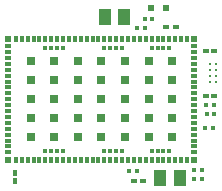
<source format=gbr>
G04 #@! TF.GenerationSoftware,KiCad,Pcbnew,(5.1.6)-1*
G04 #@! TF.CreationDate,2021-09-25T22:06:40+02:00*
G04 #@! TF.ProjectId,nrfmodule,6e72666d-6f64-4756-9c65-2e6b69636164,rev?*
G04 #@! TF.SameCoordinates,Original*
G04 #@! TF.FileFunction,Paste,Bot*
G04 #@! TF.FilePolarity,Positive*
%FSLAX46Y46*%
G04 Gerber Fmt 4.6, Leading zero omitted, Abs format (unit mm)*
G04 Created by KiCad (PCBNEW (5.1.6)-1) date 2021-09-25 22:06:40*
%MOMM*%
%LPD*%
G01*
G04 APERTURE LIST*
%ADD10R,0.625000X0.400000*%
%ADD11R,0.550000X0.600000*%
%ADD12R,1.020000X1.470000*%
%ADD13R,0.465000X0.440000*%
%ADD14R,0.460000X0.420000*%
%ADD15R,0.470000X0.440000*%
%ADD16R,0.440000X0.470000*%
%ADD17R,0.800000X0.800000*%
%ADD18R,0.300000X0.300000*%
%ADD19R,0.300000X0.540000*%
%ADD20R,0.540000X0.540000*%
%ADD21R,0.540000X0.300000*%
%ADD22C,0.226000*%
G04 APERTURE END LIST*
D10*
G04 #@! TO.C,R5*
X157470000Y-107430000D03*
X158294000Y-107430000D03*
G04 #@! TD*
D11*
G04 #@! TO.C,FL1*
X158920000Y-92780000D03*
X160220000Y-92780000D03*
G04 #@! TD*
D12*
G04 #@! TO.C,47uF2*
X159740000Y-107150000D03*
X161360000Y-107150000D03*
G04 #@! TD*
G04 #@! TO.C,47uF1*
X155070000Y-93580000D03*
X156690000Y-93580000D03*
G04 #@! TD*
D13*
G04 #@! TO.C,4.7uF4*
X164190000Y-102900000D03*
X163526000Y-102900000D03*
G04 #@! TD*
D14*
G04 #@! TO.C,15pF2*
X163260000Y-106520000D03*
X162600000Y-106520000D03*
G04 #@! TD*
G04 #@! TO.C,15pF1*
X159060000Y-93730000D03*
X158400000Y-93730000D03*
G04 #@! TD*
G04 #@! TO.C,100nF4*
X157750000Y-106590000D03*
X157090000Y-106590000D03*
G04 #@! TD*
G04 #@! TO.C,100nF3*
X164310000Y-101760000D03*
X163650000Y-101760000D03*
G04 #@! TD*
G04 #@! TO.C,100nF2*
X163270000Y-107250000D03*
X162610000Y-107250000D03*
G04 #@! TD*
G04 #@! TO.C,100nF1*
X158430000Y-94480000D03*
X157770000Y-94480000D03*
G04 #@! TD*
D15*
G04 #@! TO.C,0\u002C1uF1*
X163615000Y-100200000D03*
X164285000Y-100200000D03*
G04 #@! TD*
G04 #@! TO.C,0\u002C1uF2*
X164280000Y-96430000D03*
X163610000Y-96430000D03*
G04 #@! TD*
D10*
G04 #@! TO.C,10KOhm1*
X161034000Y-94360000D03*
X160210000Y-94360000D03*
G04 #@! TD*
D16*
G04 #@! TO.C,1uF5*
X147390000Y-107450000D03*
X147390000Y-106780000D03*
G04 #@! TD*
D13*
G04 #@! TO.C,4.7uF3*
X164262000Y-100980000D03*
X163598000Y-100980000D03*
G04 #@! TD*
D17*
G04 #@! TO.C,NRF91*
X148750000Y-103700000D03*
X150750000Y-103700000D03*
X152750000Y-103700000D03*
X154750000Y-103700000D03*
X156750000Y-103700000D03*
X158750000Y-103700000D03*
X148750000Y-102100000D03*
X150750000Y-102100000D03*
X152750000Y-102100000D03*
X154750000Y-102100000D03*
X156750000Y-102100000D03*
X158750000Y-102100000D03*
X148750000Y-100500000D03*
X150750000Y-100500000D03*
X152750000Y-100500000D03*
X154750000Y-100500000D03*
X156750000Y-100500000D03*
X158750000Y-100500000D03*
X148750000Y-98900000D03*
X150750000Y-98900000D03*
X152750000Y-98900000D03*
X154750000Y-98900000D03*
X156750000Y-98900000D03*
X158750000Y-98900000D03*
D18*
X150000000Y-104850000D03*
X150500000Y-104850000D03*
X151000000Y-104850000D03*
X151500000Y-104850000D03*
X155000000Y-104850000D03*
X155500000Y-104850000D03*
X156000000Y-104850000D03*
X156500000Y-104850000D03*
X160500000Y-104850000D03*
X160000000Y-104850000D03*
X159500000Y-104850000D03*
X159000000Y-104850000D03*
X150000000Y-96150000D03*
X150500000Y-96150000D03*
X151000000Y-96150000D03*
X151500000Y-96150000D03*
X155000000Y-96150000D03*
X155500000Y-96150000D03*
X156000000Y-96150000D03*
X156500000Y-96150000D03*
X160500000Y-96150000D03*
X160000000Y-96150000D03*
X159500000Y-96150000D03*
X159000000Y-96150000D03*
D17*
X148750000Y-97300000D03*
X150750000Y-97300000D03*
X152750000Y-97300000D03*
X160750000Y-103700000D03*
X160750000Y-102100000D03*
X160750000Y-97300000D03*
X160750000Y-98900000D03*
X160750000Y-100500000D03*
X158750000Y-97300000D03*
X156750000Y-97300000D03*
X154750000Y-97300000D03*
D19*
X162000000Y-95380000D03*
X161500000Y-95380000D03*
X161000000Y-95380000D03*
X160500000Y-95380000D03*
X160000000Y-95380000D03*
X159500000Y-95380000D03*
X159000000Y-95380000D03*
X158500000Y-95380000D03*
X158000000Y-95380000D03*
X157500000Y-95380000D03*
X157000000Y-95380000D03*
X156500000Y-95380000D03*
X156000000Y-95380000D03*
X155500000Y-95380000D03*
X155000000Y-95380000D03*
X154500000Y-95380000D03*
X154000000Y-95380000D03*
X153500000Y-95380000D03*
X153000000Y-95380000D03*
X152500000Y-95380000D03*
X152000000Y-95380000D03*
X151500000Y-95380000D03*
X151000000Y-95380000D03*
X150500000Y-95380000D03*
X150000000Y-95380000D03*
X149500000Y-95380000D03*
X149000000Y-95380000D03*
X148500000Y-95380000D03*
X148000000Y-95380000D03*
X147500000Y-95380000D03*
D20*
X146880000Y-95380000D03*
D21*
X146880000Y-96000000D03*
X146880000Y-96500000D03*
X146880000Y-97000000D03*
X146880000Y-97500000D03*
X146880000Y-98000000D03*
X146880000Y-98500000D03*
X146880000Y-99000000D03*
X146880000Y-99500000D03*
X146880000Y-100000000D03*
X146880000Y-100500000D03*
X146880000Y-101000000D03*
X146880000Y-101500000D03*
X146880000Y-102000000D03*
X146880000Y-102500000D03*
X146880000Y-103000000D03*
X146880000Y-103500000D03*
X146880000Y-104000000D03*
X146880000Y-104500000D03*
X146880000Y-105000000D03*
D20*
X146880000Y-105620000D03*
D19*
X147500000Y-105620000D03*
X148000000Y-105620000D03*
X148500000Y-105620000D03*
X149000000Y-105620000D03*
X149500000Y-105620000D03*
X150000000Y-105620000D03*
X150500000Y-105620000D03*
X151000000Y-105620000D03*
X151500000Y-105620000D03*
X152000000Y-105620000D03*
X152500000Y-105620000D03*
X153000000Y-105620000D03*
X153500000Y-105620000D03*
X154000000Y-105620000D03*
X154500000Y-105620000D03*
X155000000Y-105620000D03*
X155500000Y-105620000D03*
X156000000Y-105620000D03*
X156500000Y-105620000D03*
X157000000Y-105620000D03*
X157500000Y-105620000D03*
X158000000Y-105620000D03*
X158500000Y-105620000D03*
X159000000Y-105620000D03*
X159500000Y-105620000D03*
X160000000Y-105620000D03*
X160500000Y-105620000D03*
X161000000Y-105620000D03*
X161500000Y-105620000D03*
X162000000Y-105620000D03*
D20*
X162620000Y-105620000D03*
D21*
X162620000Y-105000000D03*
X162620000Y-104500000D03*
X162620000Y-104000000D03*
X162620000Y-103500000D03*
X162620000Y-103000000D03*
X162620000Y-102500000D03*
X162620000Y-102000000D03*
X162620000Y-101500000D03*
X162620000Y-101000000D03*
X162620000Y-100500000D03*
X162620000Y-100000000D03*
X162620000Y-99500000D03*
X162620000Y-99000000D03*
X162620000Y-98500000D03*
X162620000Y-98000000D03*
X162620000Y-97500000D03*
X162620000Y-97000000D03*
X162620000Y-96500000D03*
X162620000Y-96000000D03*
D20*
X162620000Y-95380000D03*
G04 #@! TD*
D22*
G04 #@! TO.C,TXB102*
X163930000Y-99060000D03*
X164430000Y-99060000D03*
X163930000Y-98560000D03*
X164430000Y-98560000D03*
X163930000Y-98060000D03*
X164430000Y-98060000D03*
X163930000Y-97560000D03*
X164430000Y-97560000D03*
G04 #@! TD*
M02*

</source>
